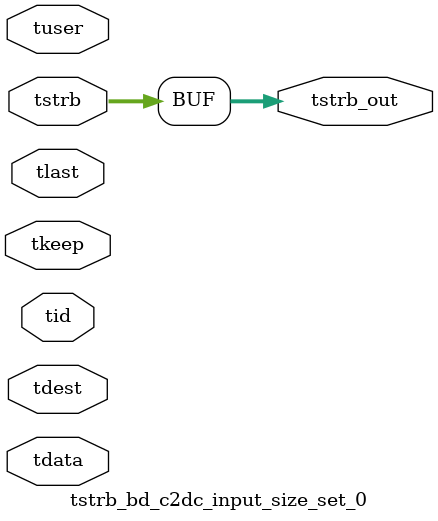
<source format=v>


`timescale 1ps/1ps

module tstrb_bd_c2dc_input_size_set_0 #
(
parameter C_S_AXIS_TDATA_WIDTH = 32,
parameter C_S_AXIS_TUSER_WIDTH = 0,
parameter C_S_AXIS_TID_WIDTH   = 0,
parameter C_S_AXIS_TDEST_WIDTH = 0,
parameter C_M_AXIS_TDATA_WIDTH = 32
)
(
input  [(C_S_AXIS_TDATA_WIDTH == 0 ? 1 : C_S_AXIS_TDATA_WIDTH)-1:0     ] tdata,
input  [(C_S_AXIS_TUSER_WIDTH == 0 ? 1 : C_S_AXIS_TUSER_WIDTH)-1:0     ] tuser,
input  [(C_S_AXIS_TID_WIDTH   == 0 ? 1 : C_S_AXIS_TID_WIDTH)-1:0       ] tid,
input  [(C_S_AXIS_TDEST_WIDTH == 0 ? 1 : C_S_AXIS_TDEST_WIDTH)-1:0     ] tdest,
input  [(C_S_AXIS_TDATA_WIDTH/8)-1:0 ] tkeep,
input  [(C_S_AXIS_TDATA_WIDTH/8)-1:0 ] tstrb,
input                                                                    tlast,
output [(C_M_AXIS_TDATA_WIDTH/8)-1:0 ] tstrb_out
);

assign tstrb_out = {tstrb[5:0]};

endmodule


</source>
